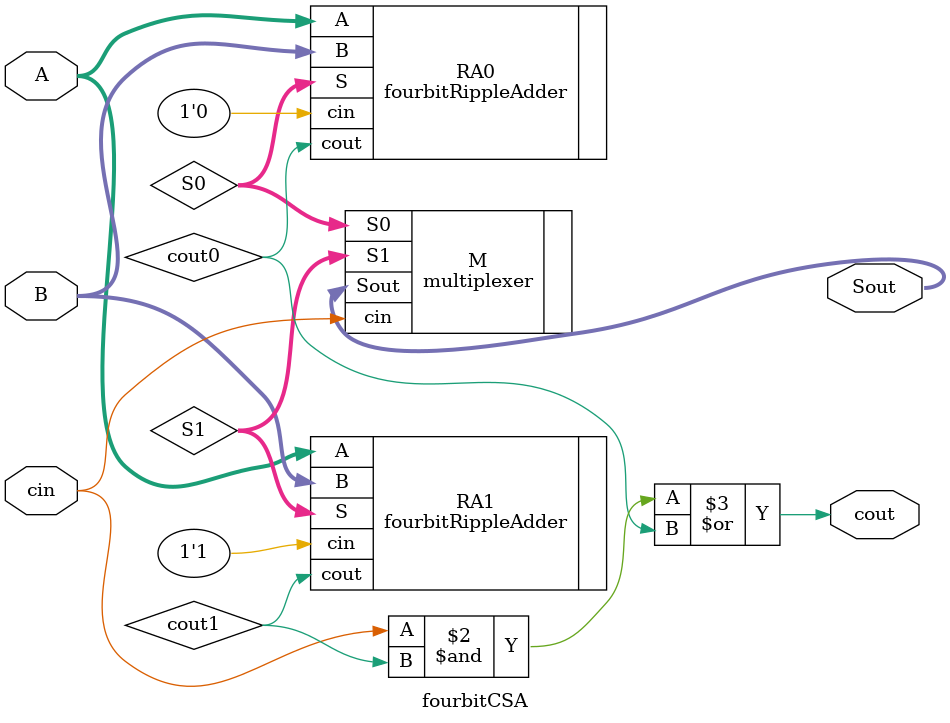
<source format=sv>
module fourbitCSA(input logic cin,
						input logic [3:0] A, B,
						output logic cout,
						output logic [3:0] Sout);
						
	logic cout0, cout1;
	logic [3:0] S0, S1;

	fourbitRippleAdder RA0(.A(A[3:0]), .B(B[3:0]), .cin(1'b0), .S(S0), .cout(cout0));
	fourbitRippleAdder RA1(.A(A[3:0]), .B(B[3:0]), .cin(1'b1), .S(S1), .cout(cout1));

	multiplexer M(.cin(cin), .S0(S0), .S1(S1), .Sout(Sout));

	always_comb
	begin
	cout= (cin&cout1)|cout0;
	end

endmodule


</source>
